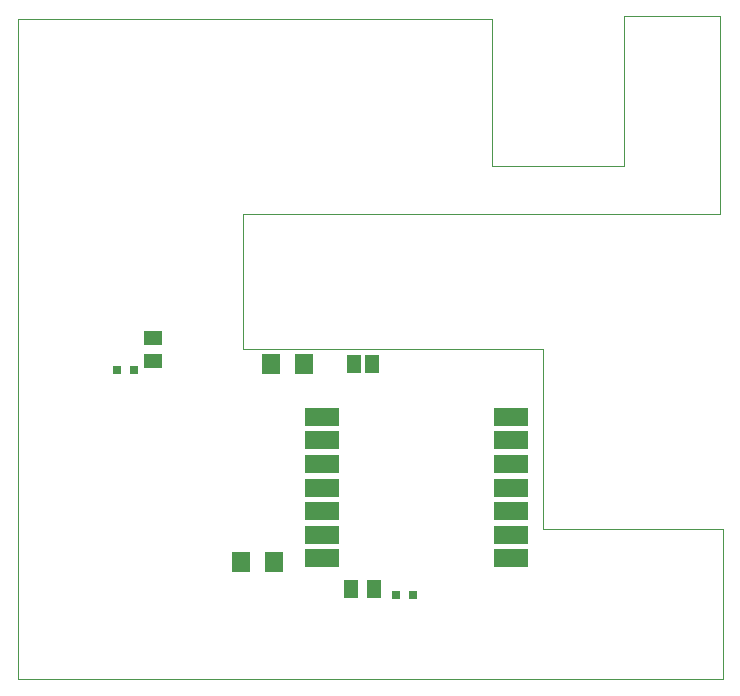
<source format=gtp>
G75*
%MOIN*%
%OFA0B0*%
%FSLAX24Y24*%
%IPPOS*%
%LPD*%
%AMOC8*
5,1,8,0,0,1.08239X$1,22.5*
%
%ADD10C,0.0000*%
%ADD11R,0.0315X0.0315*%
%ADD12R,0.0591X0.0512*%
%ADD13R,0.1181X0.0591*%
%ADD14R,0.0512X0.0591*%
%ADD15R,0.0460X0.0630*%
%ADD16R,0.0630X0.0709*%
D10*
X005976Y000558D02*
X029476Y000558D01*
X029476Y005558D01*
X023476Y005558D01*
X023476Y011558D01*
X013476Y011558D01*
X013476Y016058D01*
X029376Y016058D01*
X029376Y022658D01*
X026176Y022658D01*
X026176Y017658D01*
X021776Y017658D01*
X021776Y022558D01*
X005976Y022558D01*
X005976Y000558D01*
D11*
X018581Y003358D03*
X019171Y003358D03*
X009871Y010858D03*
X009281Y010858D03*
D12*
X010476Y011184D03*
X010476Y011932D03*
D13*
X016114Y009314D03*
X016114Y008527D03*
X016114Y007739D03*
X016114Y006952D03*
X016114Y006164D03*
X016114Y005377D03*
X016114Y004590D03*
X022413Y004590D03*
X022413Y005377D03*
X022413Y006164D03*
X022413Y006952D03*
X022413Y007739D03*
X022413Y008527D03*
X022413Y009314D03*
D14*
X017850Y003558D03*
X017102Y003558D03*
D15*
X017176Y011058D03*
X017776Y011058D03*
D16*
X015527Y011058D03*
X014425Y011058D03*
X014527Y004458D03*
X013425Y004458D03*
M02*

</source>
